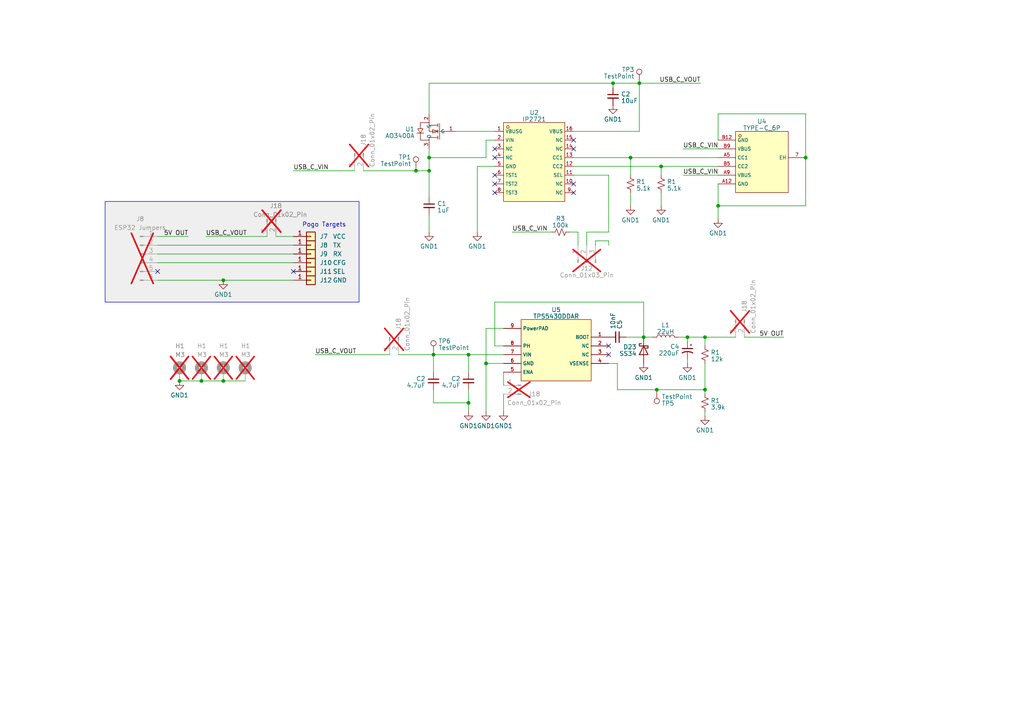
<source format=kicad_sch>
(kicad_sch (version 20230121) (generator eeschema)
  (paper "A4")
  (lib_symbols
    (symbol "Connector:Conn_01x02_Pin" (pin_names (offset 1.016) hide)
      (property "Reference" "J" (at 0 2.54 0))
      (property "Value" "Conn_01x02_Pin" (at 0 -5.08 0))
      (symbol "Conn_01x02_Pin_1_1"
        (polyline (pts (xy 1.27 -2.54) (xy 0.8636 -2.54)) (stroke (width 0.1524)))
        (polyline (pts (xy 1.27 0) (xy 0.8636 0)) (stroke (width 0.1524)))
        (rectangle (start 0.8636 -2.413) (end 0 -2.667) (stroke (width 0.1524)) (fill (type outline)))
        (rectangle (start 0.8636 0.127) (end 0 -0.127) (stroke (width 0.1524)) (fill (type outline)))
        (pin passive line (at 5.08 0 180) (length 3.81) (name "Pin_1") (number "1"))
        (pin passive line (at 5.08 -2.54 180) (length 3.81) (name "Pin_2") (number "2"))
      )
    )
    (symbol "Connector:Conn_01x03_Pin" (pin_names (offset 1.016) hide)
      (property "Reference" "J" (at 0 5.08 0))
      (property "Value" "Conn_01x03_Pin" (at 0 -5.08 0))
      (symbol "Conn_01x03_Pin_1_1"
        (polyline (pts (xy 1.27 -2.54) (xy 0.8636 -2.54)) (stroke (width 0.1524)))
        (polyline (pts (xy 1.27 0) (xy 0.8636 0)) (stroke (width 0.1524)))
        (polyline (pts (xy 1.27 2.54) (xy 0.8636 2.54)) (stroke (width 0.1524)))
        (rectangle (start 0.8636 -2.413) (end 0 -2.667) (stroke (width 0.1524)) (fill (type outline)))
        (rectangle (start 0.8636 0.127) (end 0 -0.127) (stroke (width 0.1524)) (fill (type outline)))
        (rectangle (start 0.8636 2.667) (end 0 2.413) (stroke (width 0.1524)) (fill (type outline)))
        (pin passive line (at 5.08 2.54 180) (length 3.81) (name "Pin_1") (number "1"))
        (pin passive line (at 5.08 0 180) (length 3.81) (name "Pin_2") (number "2"))
        (pin passive line (at 5.08 -2.54 180) (length 3.81) (name "Pin_3") (number "3"))
      )
    )
    (symbol "Connector:Conn_01x06_Pin" (pin_names (offset 1.016) hide)
      (property "Reference" "J" (at 0 7.62 0))
      (property "Value" "Conn_01x06_Pin" (at 0 -10.16 0))
      (symbol "Conn_01x06_Pin_1_1"
        (polyline (pts (xy 1.27 -7.62) (xy 0.8636 -7.62)) (stroke (width 0.1524)))
        (polyline (pts (xy 1.27 -5.08) (xy 0.8636 -5.08)) (stroke (width 0.1524)))
        (polyline (pts (xy 1.27 -2.54) (xy 0.8636 -2.54)) (stroke (width 0.1524)))
        (polyline (pts (xy 1.27 0) (xy 0.8636 0)) (stroke (width 0.1524)))
        (polyline (pts (xy 1.27 2.54) (xy 0.8636 2.54)) (stroke (width 0.1524)))
        (polyline (pts (xy 1.27 5.08) (xy 0.8636 5.08)) (stroke (width 0.1524)))
        (rectangle (start 0.8636 -7.493) (end 0 -7.747) (stroke (width 0.1524)) (fill (type outline)))
        (rectangle (start 0.8636 -4.953) (end 0 -5.207) (stroke (width 0.1524)) (fill (type outline)))
        (rectangle (start 0.8636 -2.413) (end 0 -2.667) (stroke (width 0.1524)) (fill (type outline)))
        (rectangle (start 0.8636 0.127) (end 0 -0.127) (stroke (width 0.1524)) (fill (type outline)))
        (rectangle (start 0.8636 2.667) (end 0 2.413) (stroke (width 0.1524)) (fill (type outline)))
        (rectangle (start 0.8636 5.207) (end 0 4.953) (stroke (width 0.1524)) (fill (type outline)))
        (pin passive line (at 5.08 5.08 180) (length 3.81) (name "Pin_1") (number "1"))
        (pin passive line (at 5.08 2.54 180) (length 3.81) (name "Pin_2") (number "2"))
        (pin passive line (at 5.08 0 180) (length 3.81) (name "Pin_3") (number "3"))
        (pin passive line (at 5.08 -2.54 180) (length 3.81) (name "Pin_4") (number "4"))
        (pin passive line (at 5.08 -5.08 180) (length 3.81) (name "Pin_5") (number "5"))
        (pin passive line (at 5.08 -7.62 180) (length 3.81) (name "Pin_6") (number "6"))
      )
    )
    (symbol "Connector:TestPoint" (pin_numbers hide) (pin_names (offset 0.762) hide)
      (property "Reference" "TP" (at 0 6.858 0))
      (property "Value" "TestPoint" (at 0 5.08 0))
      (symbol "TestPoint_0_1"
        (circle (center 0 3.302) (radius 0.762))
      )
      (symbol "TestPoint_1_1"
        (pin passive line (at 0 0 90) (length 2.54) (name "1") (number "1"))
      )
    )
    (symbol "Connector_Generic:Conn_01x01" (pin_names (offset 1.016) hide)
      (property "Reference" "J" (at 0 2.54 0))
      (property "Value" "Conn_01x01" (at 0 -2.54 0))
      (symbol "Conn_01x01_1_1"
        (rectangle (start -1.27 0.127) (end 0 -0.127) (stroke (width 0.1524)))
        (rectangle (start -1.27 1.27) (end 1.27 -1.27) (stroke (width 0.254)) (fill (type background)))
        (pin passive line (at -5.08 0 0) (length 3.81) (name "Pin_1") (number "1"))
      )
    )
    (symbol "Device:C_Polarized_Small_US" (pin_numbers hide) (pin_names (offset 0.254) hide)
      (property "Reference" "C" (at 0.254 1.778 0))
      (property "Value" "C_Polarized_Small_US" (at 0.254 -2.032 0))
      (symbol "C_Polarized_Small_US_0_1"
        (polyline (pts (xy -1.524 0.508) (xy 1.524 0.508)) (stroke (width 0.3048)))
        (polyline (pts (xy -1.27 1.524) (xy -0.762 1.524)))
        (polyline (pts (xy -1.016 1.27) (xy -1.016 1.778)))
        (arc (start 1.524 -0.762) (mid 0 -0.3734) (end -1.524 -0.762) (stroke (width 0.3048)))
      )
      (symbol "C_Polarized_Small_US_1_1"
        (pin passive line (at 0 2.54 270) (length 2.032) (name "~") (number "1"))
        (pin passive line (at 0 -2.54 90) (length 2.032) (name "~") (number "2"))
      )
    )
    (symbol "Device:C_Small" (pin_numbers hide) (pin_names (offset 0.254) hide)
      (property "Reference" "C" (at 0.254 1.778 0))
      (property "Value" "C_Small" (at 0.254 -2.032 0))
      (symbol "C_Small_0_1"
        (polyline (pts (xy -1.524 -0.508) (xy 1.524 -0.508)) (stroke (width 0.3302)))
        (polyline (pts (xy -1.524 0.508) (xy 1.524 0.508)) (stroke (width 0.3048)))
      )
      (symbol "C_Small_1_1"
        (pin passive line (at 0 2.54 270) (length 2.032) (name "~") (number "1"))
        (pin passive line (at 0 -2.54 90) (length 2.032) (name "~") (number "2"))
      )
    )
    (symbol "Device:D_Schottky" (pin_numbers hide) (pin_names (offset 1.016) hide)
      (property "Reference" "D" (at 0 2.54 0))
      (property "Value" "D_Schottky" (at 0 -2.54 0))
      (symbol "D_Schottky_0_1"
        (polyline (pts (xy 1.27 0) (xy -1.27 0)))
        (polyline (pts (xy 1.27 1.27) (xy 1.27 -1.27) (xy -1.27 0) (xy 1.27 1.27)) (stroke (width 0.254)))
        (polyline (pts (xy -1.905 0.635) (xy -1.905 1.27) (xy -1.27 1.27) (xy -1.27 -1.27) (xy -0.635 -1.27) (xy -0.635 -0.635)) (stroke (width 0.254)))
      )
      (symbol "D_Schottky_1_1"
        (pin passive line (at -3.81 0 0) (length 2.54) (name "K") (number "1"))
        (pin passive line (at 3.81 0 180) (length 2.54) (name "A") (number "2"))
      )
    )
    (symbol "Device:L" (pin_numbers hide) (pin_names (offset 1.016) hide)
      (property "Reference" "L" (at -1.27 0 90))
      (property "Value" "L" (at 1.905 0 90))
      (symbol "L_0_1"
        (arc (start 0 -2.54) (mid 0.6323 -1.905) (end 0 -1.27))
        (arc (start 0 -1.27) (mid 0.6323 -0.635) (end 0 0))
        (arc (start 0 0) (mid 0.6323 0.635) (end 0 1.27))
        (arc (start 0 1.27) (mid 0.6323 1.905) (end 0 2.54))
      )
      (symbol "L_1_1"
        (pin passive line (at 0 3.81 270) (length 1.27) (name "1") (number "1"))
        (pin passive line (at 0 -3.81 90) (length 1.27) (name "2") (number "2"))
      )
    )
    (symbol "Device:R_Small_US" (pin_numbers hide) (pin_names (offset 0.254) hide)
      (property "Reference" "R" (at 0.762 0.508 0))
      (property "Value" "R_Small_US" (at 0.762 -1.016 0))
      (symbol "R_Small_US_1_1"
        (polyline (pts (xy 0 0) (xy 1.016 -0.381) (xy 0 -0.762) (xy -1.016 -1.143) (xy 0 -1.524)))
        (polyline (pts (xy 0 1.524) (xy 1.016 1.143) (xy 0 0.762) (xy -1.016 0.381) (xy 0 0)))
        (pin passive line (at 0 2.54 270) (length 1.016) (name "~") (number "1"))
        (pin passive line (at 0 -2.54 90) (length 1.016) (name "~") (number "2"))
      )
    )
    (symbol "EEE4022S:AO3400A"
      (property "Reference" "U" (at 0 1.27 0))
      (property "Value" "AO3400A" (at 0 -2.54 0))
      (symbol "AO3400A_0_1"
        (polyline (pts (xy -2.54 0) (xy -0.508 0)))
        (polyline (pts (xy -0.508 2.286) (xy -0.508 -2.286)))
        (polyline (pts (xy 0 -2.286) (xy 0 -1.27)))
        (polyline (pts (xy 0 -0.508) (xy 0 0.508)))
        (polyline (pts (xy 0 2.286) (xy 0 1.27)))
        (polyline (pts (xy 2.54 -1.778) (xy 0 -1.778)))
        (polyline (pts (xy 0 0) (xy 1.524 -0.508) (xy 1.524 0.508) (xy 0 0)) (fill (type background)))
        (polyline (pts (xy 5.08 0.508) (xy 4.318 -0.762) (xy 5.842 -0.762) (xy 5.08 0.508)) (fill (type background)))
        (polyline (pts (xy 6.096 0.508) (xy 5.588 0.508) (xy 4.572 0.508) (xy 4.064 0.508)))
        (polyline (pts (xy 0 0) (xy 2.54 0) (xy 2.54 -2.54) (xy 5.08 -2.54) (xy 5.08 -0.762)))
        (polyline (pts (xy 0 1.778) (xy 2.54 1.778) (xy 2.54 2.54) (xy 5.08 2.54) (xy 5.08 0.508)))
        (pin unspecified line (at -5.08 0 0) (length 2.54) (name "G") (number "1"))
        (pin unspecified line (at 2.54 -5.08 90) (length 2.54) (name "S") (number "2"))
        (pin unspecified line (at 2.54 5.08 270) (length 2.54) (name "D") (number "3"))
      )
    )
    (symbol "EEE4022S:IP2721"
      (property "Reference" "U4" (at 0 14.3129 0))
      (property "Value" "IP2721" (at 0 12.3919 0))
      (symbol "IP2721_0_1"
        (rectangle (start -8.89 11.43) (end 8.89 -11.43) (fill (type background)))
        (circle (center -7.62 10.16) (radius 0.381) (fill (type background)))
        (pin unspecified line (at -11.43 8.89 0) (length 2.54) (name "VBUSG") (number "1"))
        (pin unspecified line (at 11.43 -6.35 180) (length 2.54) (name "NC") (number "10"))
        (pin unspecified line (at 11.43 -3.81 180) (length 2.54) (name "SEL") (number "11"))
        (pin unspecified line (at 11.43 -1.27 180) (length 2.54) (name "CC2") (number "12"))
        (pin unspecified line (at 11.43 1.27 180) (length 2.54) (name "CC1") (number "13"))
        (pin unspecified line (at 11.43 3.81 180) (length 2.54) (name "NC") (number "14"))
        (pin unspecified line (at 11.43 6.35 180) (length 2.54) (name "NC") (number "15"))
        (pin unspecified line (at 11.43 8.89 180) (length 2.54) (name "VBUS") (number "16"))
        (pin unspecified line (at -11.43 6.35 0) (length 2.54) (name "VIN") (number "2"))
        (pin unspecified line (at -11.43 3.81 0) (length 2.54) (name "NC") (number "3"))
        (pin unspecified line (at -11.43 1.27 0) (length 2.54) (name "NC") (number "4"))
        (pin unspecified line (at -11.43 -1.27 0) (length 2.54) (name "GND") (number "5"))
        (pin unspecified line (at -11.43 -3.81 0) (length 2.54) (name "TST1") (number "6"))
        (pin unspecified line (at -11.43 -6.35 0) (length 2.54) (name "TST2") (number "7"))
        (pin unspecified line (at -11.43 -8.89 0) (length 2.54) (name "TST3") (number "8"))
        (pin unspecified line (at 11.43 -8.89 180) (length 2.54) (name "NC") (number "9"))
      )
    )
    (symbol "EEE4022S:TPS5430DDAR"
      (property "Reference" "U" (at 0 1.27 0))
      (property "Value" "TPS5430DDAR" (at 0 -2.54 0))
      (symbol "TPS5430DDAR_0_1"
        (rectangle (start -10.16 8.89) (end 10.16 -8.89) (fill (type background)))
        (pin unspecified line (at -15.24 3.81 0) (length 5.08) (name "BOOT") (number "1"))
        (pin unspecified line (at -15.24 1.27 0) (length 5.08) (name "NC") (number "2"))
        (pin unspecified line (at -15.24 -1.27 0) (length 5.08) (name "NC") (number "3"))
        (pin unspecified line (at -15.24 -3.81 0) (length 5.08) (name "VSENSE") (number "4"))
        (pin unspecified line (at 15.24 -6.35 180) (length 5.08) (name "ENA") (number "5"))
        (pin unspecified line (at 15.24 -3.81 180) (length 5.08) (name "GND") (number "6"))
        (pin unspecified line (at 15.24 -1.27 180) (length 5.08) (name "VIN") (number "7"))
        (pin unspecified line (at 15.24 1.27 180) (length 5.08) (name "PH") (number "8"))
        (pin unspecified line (at 15.24 6.35 180) (length 5.08) (name "PowerPAD") (number "9"))
      )
    )
    (symbol "EEE4022S:TYPE-C_6P"
      (property "Reference" "U" (at 0 1.27 0))
      (property "Value" "TYPE-C_6P" (at 0 -2.54 0))
      (symbol "TYPE-C_6P_0_1"
        (rectangle (start -5.08 7.62) (end 10.16 -10.16) (fill (type background)))
        (circle (center -3.81 6.35) (radius 0.381) (fill (type background)))
        (pin unspecified line (at 15.24 0 180) (length 5.08) (name "EH") (number "7"))
        (pin unspecified line (at -10.16 -7.62 0) (length 5.08) (name "GND") (number "A12"))
        (pin unspecified line (at -10.16 0 0) (length 5.08) (name "CC1") (number "A5"))
        (pin unspecified line (at -10.16 -5.08 0) (length 5.08) (name "VBUS") (number "A9"))
        (pin unspecified line (at -10.16 5.08 0) (length 5.08) (name "GND") (number "B12"))
        (pin unspecified line (at -10.16 -2.54 0) (length 5.08) (name "CC2") (number "B5"))
        (pin unspecified line (at -10.16 2.54 0) (length 5.08) (name "VBUS") (number "B9"))
      )
    )
    (symbol "Mechanical:MountingHole_Pad" (pin_numbers hide) (pin_names (offset 1.016) hide)
      (property "Reference" "H" (at 0 6.35 0))
      (property "Value" "MountingHole_Pad" (at 0 4.445 0))
      (symbol "MountingHole_Pad_0_1"
        (circle (center 0 1.27) (radius 1.27) (stroke (width 1.27)))
      )
      (symbol "MountingHole_Pad_1_1"
        (pin input line (at 0 -2.54 90) (length 2.54) (name "1") (number "1"))
      )
    )
    (symbol "power:GND1" (power) (pin_names (offset 0))
      (property "Value" "GND1" (at 0 -3.81 0))
      (symbol "GND1_0_1"
        (polyline (pts (xy 0 0) (xy 0 -1.27) (xy 1.27 -1.27) (xy 0 -2.54) (xy -1.27 -1.27) (xy 0 -1.27)))
      )
      (symbol "GND1_1_1"
        (pin power_in line (at 0 0 270) (length 0) hide (name "GND1") (number "1"))
      )
    )
  )
  (junction (at 64.77 81.28))
  (junction (at 58.42 110.49))
  (junction (at 186.69 97.79))
  (junction (at 124.46 49.53))
  (junction (at 64.77 110.49))
  (junction (at 177.8 24.13))
  (junction (at 199.39 97.79))
  (junction (at 185.42 24.13))
  (junction (at 124.46 45.72))
  (junction (at 135.89 102.87))
  (junction (at 233.68 45.72))
  (junction (at 182.88 45.72))
  (junction (at 204.47 97.79))
  (junction (at 190.5 113.03))
  (junction (at 204.47 113.03))
  (junction (at 208.28 59.69))
  (junction (at 52.07 110.49))
  (junction (at 120.65 49.53))
  (junction (at 140.97 105.41))
  (junction (at 191.77 48.26))
  (junction (at 125.73 102.87))
  (junction (at 135.89 116.84))
  (no_connect (at 143.51 45.72))
  (no_connect (at 166.37 43.18))
  (no_connect (at 166.37 53.34))
  (no_connect (at 166.37 40.64))
  (no_connect (at 166.37 55.88))
  (no_connect (at 143.51 50.8))
  (no_connect (at 143.51 55.88))
  (no_connect (at 143.51 53.34))
  (no_connect (at 45.72 78.74))
  (no_connect (at 176.53 102.87))
  (no_connect (at 85.09 78.74))
  (no_connect (at 176.53 100.33))
  (no_connect (at 143.51 43.18))
  (wire (pts (xy 204.47 97.79) (xy 199.39 97.79)))
  (wire (pts (xy 85.09 49.53) (xy 102.87 49.53)))
  (wire (pts (xy 176.53 67.31) (xy 170.18 67.31)))
  (wire (pts (xy 204.47 97.79) (xy 213.36 97.79)))
  (wire (pts (xy 186.69 97.79) (xy 181.61 97.79)))
  (wire (pts (xy 190.5 113.03) (xy 179.07 113.03)))
  (wire (pts (xy 199.39 99.06) (xy 199.39 97.79)))
  (wire (pts (xy 125.73 113.03) (xy 125.73 116.84)))
  (wire (pts (xy 204.47 120.65) (xy 204.47 119.38)))
  (wire (pts (xy 58.42 110.49) (xy 64.77 110.49)))
  (wire (pts (xy 146.05 102.87) (xy 135.89 102.87)))
  (wire (pts (xy 52.07 110.49) (xy 58.42 110.49)))
  (wire (pts (xy 140.97 95.25) (xy 140.97 105.41)))
  (wire (pts (xy 146.05 105.41) (xy 140.97 105.41)))
  (wire (pts (xy 45.72 73.66) (xy 85.09 73.66)))
  (wire (pts (xy 167.64 67.31) (xy 167.64 71.12)))
  (wire (pts (xy 124.46 24.13) (xy 124.46 33.02)))
  (wire (pts (xy 140.97 40.64) (xy 143.51 40.64)))
  (wire (pts (xy 140.97 105.41) (xy 140.97 119.38)))
  (wire (pts (xy 135.89 116.84) (xy 135.89 113.03)))
  (wire (pts (xy 124.46 62.23) (xy 124.46 67.31)))
  (wire (pts (xy 124.46 49.53) (xy 124.46 57.15)))
  (wire (pts (xy 204.47 100.33) (xy 204.47 97.79)))
  (wire (pts (xy 204.47 113.03) (xy 204.47 114.3)))
  (wire (pts (xy 204.47 113.03) (xy 190.5 113.03)))
  (wire (pts (xy 233.68 33.02) (xy 233.68 45.72)))
  (wire (pts (xy 125.73 102.87) (xy 115.57 102.87)))
  (wire (pts (xy 138.43 48.26) (xy 143.51 48.26)))
  (wire (pts (xy 233.68 59.69) (xy 208.28 59.69)))
  (wire (pts (xy 148.59 67.31) (xy 160.02 67.31)))
  (wire (pts (xy 215.9 97.79) (xy 227.33 97.79)))
  (wire (pts (xy 177.8 24.13) (xy 185.42 24.13)))
  (wire (pts (xy 182.88 55.88) (xy 182.88 59.69)))
  (wire (pts (xy 146.05 100.33) (xy 143.51 100.33)))
  (wire (pts (xy 146.05 107.95) (xy 146.05 111.76)))
  (wire (pts (xy 166.37 45.72) (xy 182.88 45.72)))
  (wire (pts (xy 45.72 76.2) (xy 85.09 76.2)))
  (wire (pts (xy 198.12 50.8) (xy 208.28 50.8)))
  (wire (pts (xy 138.43 67.31) (xy 138.43 48.26)))
  (wire (pts (xy 166.37 48.26) (xy 191.77 48.26)))
  (wire (pts (xy 125.73 102.87) (xy 135.89 102.87)))
  (wire (pts (xy 186.69 97.79) (xy 189.23 97.79)))
  (wire (pts (xy 185.42 38.1) (xy 185.42 24.13)))
  (wire (pts (xy 143.51 100.33) (xy 143.51 87.63)))
  (wire (pts (xy 124.46 43.18) (xy 124.46 45.72)))
  (wire (pts (xy 64.77 81.28) (xy 85.09 81.28)))
  (wire (pts (xy 208.28 53.34) (xy 208.28 59.69)))
  (wire (pts (xy 124.46 45.72) (xy 140.97 45.72)))
  (wire (pts (xy 105.41 49.53) (xy 120.65 49.53)))
  (wire (pts (xy 140.97 45.72) (xy 140.97 40.64)))
  (wire (pts (xy 80.01 68.58) (xy 85.09 68.58)))
  (wire (pts (xy 177.8 25.4) (xy 177.8 24.13)))
  (wire (pts (xy 191.77 48.26) (xy 208.28 48.26)))
  (wire (pts (xy 135.89 116.84) (xy 125.73 116.84)))
  (wire (pts (xy 170.18 67.31) (xy 170.18 71.12)))
  (wire (pts (xy 59.69 68.58) (xy 77.47 68.58)))
  (wire (pts (xy 45.72 68.58) (xy 54.61 68.58)))
  (wire (pts (xy 172.72 69.85) (xy 172.72 71.12)))
  (wire (pts (xy 208.28 33.02) (xy 233.68 33.02)))
  (wire (pts (xy 143.51 87.63) (xy 186.69 87.63)))
  (wire (pts (xy 233.68 45.72) (xy 233.68 59.69)))
  (wire (pts (xy 166.37 38.1) (xy 185.42 38.1)))
  (wire (pts (xy 124.46 45.72) (xy 124.46 49.53)))
  (wire (pts (xy 124.46 24.13) (xy 177.8 24.13)))
  (wire (pts (xy 45.72 71.12) (xy 85.09 71.12)))
  (wire (pts (xy 132.08 38.1) (xy 143.51 38.1)))
  (wire (pts (xy 165.1 67.31) (xy 167.64 67.31)))
  (wire (pts (xy 176.53 69.85) (xy 172.72 69.85)))
  (wire (pts (xy 208.28 59.69) (xy 208.28 63.5)))
  (wire (pts (xy 113.03 102.87) (xy 91.44 102.87)))
  (wire (pts (xy 179.07 113.03) (xy 179.07 105.41)))
  (wire (pts (xy 135.89 116.84) (xy 135.89 119.38)))
  (wire (pts (xy 182.88 50.8) (xy 182.88 45.72)))
  (wire (pts (xy 176.53 71.12) (xy 176.53 69.85)))
  (wire (pts (xy 135.89 107.95) (xy 135.89 102.87)))
  (wire (pts (xy 198.12 43.18) (xy 208.28 43.18)))
  (wire (pts (xy 146.05 114.3) (xy 146.05 119.38)))
  (wire (pts (xy 185.42 24.13) (xy 203.2 24.13)))
  (wire (pts (xy 199.39 104.14) (xy 199.39 105.41)))
  (wire (pts (xy 120.65 49.53) (xy 124.46 49.53)))
  (wire (pts (xy 191.77 50.8) (xy 191.77 48.26)))
  (wire (pts (xy 146.05 95.25) (xy 140.97 95.25)))
  (wire (pts (xy 64.77 110.49) (xy 71.12 110.49)))
  (wire (pts (xy 179.07 105.41) (xy 176.53 105.41)))
  (wire (pts (xy 182.88 45.72) (xy 208.28 45.72)))
  (wire (pts (xy 45.72 81.28) (xy 64.77 81.28)))
  (wire (pts (xy 166.37 50.8) (xy 176.53 50.8)))
  (wire (pts (xy 125.73 102.87) (xy 125.73 107.95)))
  (wire (pts (xy 191.77 55.88) (xy 191.77 59.69)))
  (wire (pts (xy 186.69 87.63) (xy 186.69 97.79)))
  (wire (pts (xy 199.39 97.79) (xy 196.85 97.79)))
  (wire (pts (xy 208.28 40.64) (xy 208.28 33.02)))
  (wire (pts (xy 176.53 67.31) (xy 176.53 50.8)))
  (wire (pts (xy 204.47 105.41) (xy 204.47 113.03)))
  (rectangle (start 30.48 58.42) (end 104.14 87.63) (fill (type color) (color 194 194 194 0.26)))
  (text "Pogo Targets" (at 87.63 66.04 0) (effects (font (size 1.27 1.27)) (justify left bottom)))
  (label "USB_C_VOUT" (at 203.2 24.13 180))
  (label "USB_C_VIN" (at 198.12 43.18 0))
  (label "USB_C_VIN" (at 198.12 50.8 0))
  (label "USB_C_VIN" (at 148.59 67.31 0))
  (label "USB_C_VIN" (at 85.09 49.53 0))
  (label "5V OUT" (at 54.61 68.58 180))
  (label "USB_C_VOUT" (at 91.44 102.87 0))
  (label "5V OUT" (at 227.33 97.79 180))
  (label "USB_C_VOUT" (at 59.69 68.58 0))
  (symbol (lib_id "Device:C_Small") (at 177.8 27.94 0) (unit 1)
    (property "Reference" "C2" (at 180.1241 27.3026 0) (effects (justify left)))
    (property "Value" "10uF" (at 180.1241 29.2236 0) (effects (justify left)))
    (property "Footprint" "Capacitor_SMD:C_0603_1608Metric" (effects hide))
    (property "LCSC" "C19702" (effects hide))
    (instances (project "Retro Display Module" (path "" (reference "C2") (unit 1))) (project "USB PD" (path "" (reference "C4") (unit 1))) (project "Panelised_PD+Display" (path "" (reference "C4") (unit 1)) (path "" (reference "C10") (unit 1))))
  )
  (symbol (lib_id "Connector_Generic:Conn_01x01") (at 90.17 71.12 0) (unit 1)
    (property "Reference" "J8" (at 92.71 71.12 0) (effects (justify left)))
    (property "Value" "TX" (at 96.52 71.12 0) (effects (justify left)))
    (property "Footprint" "Library:CONN-SMD_YZF0002-38080-02" (effects hide))
    (property "Datasheet" "https://www.lcsc.com/datasheet/lcsc_datasheet_2210191430_Xinyangze-YZF0002-38080-02_C5203987.pdf" (effects hide))
    (property "LCSC" "C5203987" (effects hide))
    (instances (project "Retro Display Module" (path "" (reference "J8") (unit 1))) (project "USB PD" (path "" (reference "J4") (unit 1))) (project "Panelised_PD+Display" (path "" (reference "J4") (unit 1)) (path "" (reference "J25") (unit 1))))
  )
  (symbol (lib_id "power:GND1") (at 191.77 59.69 0) (unit 1)
    (property "Reference" "#PWR05" (effects hide))
    (property "Value" "GND1" (at 191.77 63.8255 0))
    (instances (project "Panelised_PD+Display" (path "" (reference "#PWR05") (unit 1)) (path "" (reference "#PWR022") (unit 1))))
  )
  (symbol (lib_id "power:GND1") (at 140.97 119.38 0) (unit 1)
    (property "Reference" "#PWR08" (effects hide))
    (property "Value" "GND1" (at 140.97 123.5155 0))
    (instances (project "Panelised_PD+Display" (path "" (reference "#PWR08") (unit 1)) (path "" (reference "#PWR017") (unit 1))))
  )
  (symbol (lib_id "Device:C_Small") (at 179.07 97.79 270) (mirror x) (unit 1)
    (property "Reference" "C5" (at 179.7074 95.4659 0) (effects (justify left)))
    (property "Value" "10nF" (at 177.7864 95.4659 0) (effects (justify left)))
    (property "Footprint" "Capacitor_SMD:C_0805_2012Metric" (effects hide))
    (property "Datasheet" "https://wmsc.lcsc.com/wmsc/upload/file/pdf/v2/lcsc/2304140030_Samsung-Electro-Mechanics-CL05B104KO5NNNC_C1525.pdf" (effects hide))
    (property "LCSC" "C1710" (effects hide))
    (instances (project "Retro Display Module" (path "" (reference "C5") (unit 1))) (project "USB PD" (path "" (reference "C5") (unit 1))) (project "Panelised_PD+Display" (path "" (reference "C5") (unit 1)) (path "" (reference "C11") (unit 1))))
  )
  (symbol (lib_id "power:GND1") (at 204.47 120.65 0) (unit 1)
    (property "Reference" "#PWR011" (effects hide))
    (property "Value" "GND1" (at 204.47 124.7855 0))
    (instances (project "Panelised_PD+Display" (path "" (reference "#PWR011") (unit 1)) (path "" (reference "#PWR024") (unit 1))))
  )
  (symbol (lib_id "power:GND1") (at 124.46 67.31 0) (unit 1)
    (property "Reference" "#PWR03" (effects hide))
    (property "Value" "GND1" (at 124.46 71.4455 0))
    (instances (project "Panelised_PD+Display" (path "" (reference "#PWR03") (unit 1)) (path "" (reference "#PWR014") (unit 1))))
  )
  (symbol (lib_id "Mechanical:MountingHole_Pad") (at 58.42 107.95 0) (unit 1) (in_bom no) (dnp yes)
    (property "Reference" "H1" (at 57.15 100.33 0) (effects (justify left)))
    (property "Value" "M3" (at 57.15 102.87 0) (effects (justify left)))
    (property "Footprint" "Library:MountingHole_3.2mm_M3_Pad_TopBottom" (effects hide))
    (instances (project "Retro Display Module" (path "" (reference "H1") (unit 1))) (project "USB PD" (path "" (reference "H2") (unit 1))) (project "Panelised_PD+Display" (path "" (reference "H2") (unit 1)) (path "" (reference "H6") (unit 1))))
  )
  (symbol (lib_id "Connector:TestPoint") (at 125.73 102.87 0) (unit 1) (in_bom no)
    (property "Reference" "TP6" (at 127.127 98.9243 0) (effects (justify left)))
    (property "Value" "TestPoint" (at 127.127 100.8453 0) (effects (justify left)))
    (property "Footprint" "Library:TestPoint_THTPad_2.0x2.0mm_Drill1.0mm" (effects hide))
    (instances (project "Retro Display Module" (path "" (reference "TP6") (unit 1))) (project "USB PD" (path "" (reference "TP2") (unit 1))) (project "Panelised_PD+Display" (path "" (reference "TP2") (unit 1)) (path "" (reference "TP2") (unit 1))))
  )
  (symbol (lib_id "Device:C_Small") (at 124.46 59.69 0) (unit 1)
    (property "Reference" "C1" (at 126.7841 59.0526 0) (effects (justify left)))
    (property "Value" "1uF" (at 126.7841 60.9736 0) (effects (justify left)))
    (property "Footprint" "Capacitor_SMD:C_0603_1608Metric" (effects hide))
    (property "LCSC" "C15849" (effects hide))
    (instances (project "Retro Display Module" (path "" (reference "C1") (unit 1))) (project "USB PD" (path "" (reference "C1") (unit 1))) (project "Panelised_PD+Display" (path "" (reference "C1") (unit 1)) (path "" (reference "C7") (unit 1))))
  )
  (symbol (lib_id "Connector:Conn_01x06_Pin") (at 40.64 73.66 0) (unit 1) (in_bom no) (dnp yes)
    (property "Reference" "J8" (at 40.64 63.5 0))
    (property "Value" "ESP32 Jumpers" (at 40.64 66.04 0))
    (property "Footprint" "Connector_PinHeader_2.54mm:PinHeader_1x06_P2.54mm_Vertical" (effects hide))
    (instances (project "Retro Display Module" (path "" (reference "J8") (unit 1))) (project "USB PD" (path "" (reference "J1") (unit 1))) (project "Panelised_PD+Display" (path "" (reference "J1") (unit 1)) (path "" (reference "J22") (unit 1))))
  )
  (symbol (lib_id "Connector_Generic:Conn_01x01") (at 90.17 78.74 0) (unit 1)
    (property "Reference" "J11" (at 92.71 78.74 0) (effects (justify left)))
    (property "Value" "SEL" (at 96.52 78.74 0) (effects (justify left)))
    (property "Footprint" "Library:CONN-SMD_YZF0002-38080-02" (effects hide))
    (property "Datasheet" "https://www.lcsc.com/datasheet/lcsc_datasheet_2210191430_Xinyangze-YZF0002-38080-02_C5203987.pdf" (effects hide))
    (property "LCSC" "C5203987" (effects hide))
    (instances (project "Retro Display Module" (path "" (reference "J11") (unit 1))) (project "USB PD" (path "" (reference "J7") (unit 1))) (project "Panelised_PD+Display" (path "" (reference "J7") (unit 1)) (path "" (reference "J28") (unit 1))))
  )
  (symbol (lib_id "Device:L") (at 193.04 97.79 90) (unit 1)
    (property "Reference" "L1" (at 193.04 94.2747 90))
    (property "Value" "22uH" (at 193.04 96.1957 90))
    (property "Footprint" "Library:IND-SMD_L7.3-W6.6_MHCI06030" (effects hide))
    (property "LCSC" "C128694" (effects hide))
  )
  (symbol (lib_id "Mechanical:MountingHole_Pad") (at 71.12 107.95 0) (unit 1) (in_bom no) (dnp yes)
    (property "Reference" "H1" (at 69.85 100.33 0) (effects (justify left)))
    (property "Value" "M3" (at 69.85 102.87 0) (effects (justify left)))
    (property "Footprint" "Library:MountingHole_3.2mm_M3_Pad_TopBottom" (effects hide))
    (instances (project "Retro Display Module" (path "" (reference "H1") (unit 1))) (project "USB PD" (path "" (reference "H4") (unit 1))) (project "Panelised_PD+Display" (path "" (reference "H4") (unit 1)) (path "" (reference "H8") (unit 1))))
  )
  (symbol (lib_id "EEE4022S:IP2721") (at 154.94 46.99 0) (unit 1)
    (property "Reference" "U2" (at 154.94 32.6771 0))
    (property "Value" "IP2721" (at 154.94 34.5981 0))
    (property "Footprint" "Library:TSSOP-16_L5.0-W4.4-P0.65-LS6.4-BL" (effects hide))
    (property "Datasheet" "https://wmsc.lcsc.com/wmsc/upload/file/pdf/v2/lcsc/2006111335_INJOINIC-IP2721_C603176.pdf" (effects hide))
    (property "LCSC" "C603176" (effects hide))
    (instances (project "USB PD" (path "" (reference "U2") (unit 1))) (project "Panelised_PD+Display" (path "" (reference "U2") (unit 1)) (path "" (reference "U8") (unit 1))))
  )
  (symbol (lib_id "Device:C_Small") (at 125.73 110.49 0) (mirror y) (unit 1)
    (property "Reference" "C2" (at 123.4059 109.8526 0) (effects (justify left)))
    (property "Value" "4.7uF" (at 123.4059 111.7736 0) (effects (justify left)))
    (property "Footprint" "Capacitor_SMD:C_0805_2012Metric" (effects hide))
    (property "LCSC" "C1779" (effects hide))
    (instances (project "Retro Display Module" (path "" (reference "C2") (unit 1)) (path "" (reference "C7") (unit 1))) (project "USB PD" (path "" (reference "C2") (unit 1))) (project "Panelised_PD+Display" (path "" (reference "C2") (unit 1)) (path "" (reference "C8") (unit 1))))
  )
  (symbol (lib_id "Connector:Conn_01x02_Pin") (at 102.87 44.45 90) (mirror x) (unit 1) (in_bom no) (dnp yes)
    (property "Reference" "J18" (at 105.41 40.64 0))
    (property "Value" "Conn_01x02_Pin" (at 107.95 40.64 0))
    (property "Footprint" "Connector_PinHeader_2.54mm:PinHeader_1x02_P2.54mm_Vertical" (effects hide))
    (instances (project "Retro Display Module" (path "" (reference "J18") (unit 1))) (project "USB PD" (path "" (reference "J9") (unit 1))) (project "Panelised_PD+Display" (path "" (reference "J9") (unit 1)) (path "" (reference "J30") (unit 1))))
  )
  (symbol (lib_id "EEE4022S:TYPE-C_6P") (at 218.44 45.72 0) (unit 1)
    (property "Reference" "U4" (at 220.98 35.2171 0))
    (property "Value" "TYPE-C_6P" (at 220.98 37.1381 0))
    (property "Footprint" "Library:TYPE-C-SMD_TYPE-C-6P" (effects hide))
    (property "Datasheet" "https://item.szlcsc.com/458819.html" (effects hide))
    (property "LCSC" "C456012" (effects hide))
    (instances (project "USB PD" (path "" (reference "U4") (unit 1))) (project "Panelised_PD+Display" (path "" (reference "U4") (unit 1)) (path "" (reference "U10") (unit 1))))
  )
  (symbol (lib_id "Device:R_Small_US") (at 182.88 53.34 0) (unit 1)
    (property "Reference" "R1" (at 184.531 52.6963 0) (effects (justify left)))
    (property "Value" "5.1k" (at 184.531 54.6173 0) (effects (justify left)))
    (property "Footprint" "Resistor_SMD:R_0603_1608Metric" (effects hide))
    (property "LCSC" "C23186" (effects hide))
    (instances (project "Retro Display Module" (path "" (reference "R1") (unit 1))) (project "USB PD" (path "" (reference "R2") (unit 1))) (project "Panelised_PD+Display" (path "" (reference "R2") (unit 1)) (path "" (reference "R15") (unit 1))))
  )
  (symbol (lib_id "Device:R_Small_US") (at 191.77 53.34 0) (unit 1)
    (property "Reference" "R1" (at 193.421 52.6963 0) (effects (justify left)))
    (property "Value" "5.1k" (at 193.421 54.6173 0) (effects (justify left)))
    (property "Footprint" "Resistor_SMD:R_0603_1608Metric" (effects hide))
    (property "LCSC" "C23186" (effects hide))
    (instances (project "Retro Display Module" (path "" (reference "R1") (unit 1))) (project "USB PD" (path "" (reference "R3") (unit 1))) (project "Panelised_PD+Display" (path "" (reference "R3") (unit 1)) (path "" (reference "R16") (unit 1))))
  )
  (symbol (lib_id "Connector:Conn_01x02_Pin") (at 77.47 63.5 90) (mirror x) (unit 1) (in_bom no) (dnp yes)
    (property "Reference" "J18" (at 80.01 59.69 90))
    (property "Value" "Conn_01x02_Pin" (at 81.28 62.23 90))
    (property "Footprint" "Connector_PinHeader_2.54mm:PinHeader_1x02_P2.54mm_Vertical" (effects hide))
    (instances (project "Retro Display Module" (path "" (reference "J18") (unit 1))) (project "USB PD" (path "" (reference "J2") (unit 1))) (project "Panelised_PD+Display" (path "" (reference "J2") (unit 1)) (path "" (reference "J23") (unit 1))))
  )
  (symbol (lib_id "Connector:Conn_01x02_Pin") (at 213.36 92.71 90) (mirror x) (unit 1) (in_bom no) (dnp yes)
    (property "Reference" "J18" (at 215.9 88.9 0))
    (property "Value" "Conn_01x02_Pin" (at 218.44 88.9 0))
    (property "Footprint" "Connector_PinHeader_2.54mm:PinHeader_1x02_P2.54mm_Vertical" (effects hide))
    (instances (project "Retro Display Module" (path "" (reference "J18") (unit 1))) (project "USB PD" (path "" (reference "J13") (unit 1))) (project "Panelised_PD+Display" (path "" (reference "J13") (unit 1)) (path "" (reference "J34") (unit 1))))
  )
  (symbol (lib_id "power:GND1") (at 199.39 105.41 0) (unit 1)
    (property "Reference" "#PWR013" (effects hide))
    (property "Value" "GND1" (at 199.39 109.5455 0))
    (instances (project "Panelised_PD+Display" (path "" (reference "#PWR013") (unit 1)) (path "" (reference "#PWR023") (unit 1))))
  )
  (symbol (lib_id "Device:R_Small_US") (at 204.47 102.87 0) (unit 1)
    (property "Reference" "R1" (at 206.121 102.2263 0) (effects (justify left)))
    (property "Value" "12k" (at 206.121 104.1473 0) (effects (justify left)))
    (property "Footprint" "Resistor_SMD:R_0603_1608Metric" (effects hide))
    (property "LCSC" "C22790" (effects hide))
    (instances (project "Retro Display Module" (path "" (reference "R1") (unit 1)) (path "" (reference "R6") (unit 1))) (project "USB PD" (path "" (reference "R4") (unit 1))) (project "Panelised_PD+Display" (path "" (reference "R4") (unit 1)) (path "" (reference "R17") (unit 1))))
  )
  (symbol (lib_id "Connector:Conn_01x02_Pin") (at 151.13 111.76 0) (mirror y) (unit 1) (in_bom no) (dnp yes)
    (property "Reference" "J18" (at 154.94 114.3 0))
    (property "Value" "Conn_01x02_Pin" (at 154.94 116.84 0))
    (property "Footprint" "Connector_PinHeader_2.54mm:PinHeader_1x02_P2.54mm_Vertical" (effects hide))
    (instances (project "Retro Display Module" (path "" (reference "J18") (unit 1))) (project "USB PD" (path "" (reference "J11") (unit 1))) (project "Panelised_PD+Display" (path "" (reference "J11") (unit 1)) (path "" (reference "J32") (unit 1))))
  )
  (symbol (lib_id "Device:R_Small_US") (at 162.56 67.31 90) (unit 1)
    (property "Reference" "R3" (at 162.56 63.4111 90))
    (property "Value" "100k" (at 162.56 65.3321 90))
    (property "Footprint" "Resistor_SMD:R_0603_1608Metric" (effects hide))
    (property "LCSC" "C25803" (effects hide))
    (instances (project "Retro Display Module" (path "" (reference "R3") (unit 1))) (project "USB PD" (path "" (reference "R1") (unit 1))) (project "Panelised_PD+Display" (path "" (reference "R1") (unit 1)) (path "" (reference "R14") (unit 1))))
  )
  (symbol (lib_id "power:GND1") (at 64.77 81.28 0) (unit 1)
    (property "Reference" "#PWR02" (effects hide))
    (property "Value" "GND1" (at 64.77 85.4155 0))
    (instances (project "Panelised_PD+Display" (path "" (reference "#PWR02") (unit 1)) (path "" (reference "#PWR013") (unit 1))))
  )
  (symbol (lib_id "Connector:TestPoint") (at 120.65 49.53 0) (mirror y) (unit 1) (in_bom no)
    (property "Reference" "TP1" (at 119.253 45.5843 0) (effects (justify left)))
    (property "Value" "TestPoint" (at 119.253 47.5053 0) (effects (justify left)))
    (property "Footprint" "Library:TestPoint_THTPad_2.0x2.0mm_Drill1.0mm" (effects hide))
  )
  (symbol (lib_id "Connector:Conn_01x02_Pin") (at 113.03 97.79 90) (mirror x) (unit 1) (in_bom no) (dnp yes)
    (property "Reference" "J18" (at 115.57 93.98 0))
    (property "Value" "Conn_01x02_Pin" (at 118.11 93.98 0))
    (property "Footprint" "Connector_PinHeader_2.54mm:PinHeader_1x02_P2.54mm_Vertical" (effects hide))
    (instances (project "Retro Display Module" (path "" (reference "J18") (unit 1))) (project "USB PD" (path "" (reference "J10") (unit 1))) (project "Panelised_PD+Display" (path "" (reference "J10") (unit 1)) (path "" (reference "J31") (unit 1))))
  )
  (symbol (lib_id "EEE4022S:AO3400A") (at 127 38.1 180) (unit 1)
    (property "Reference" "U1" (at 120.2691 37.4563 0) (effects (justify left)))
    (property "Value" "AO3400A" (at 120.2691 39.3773 0) (effects (justify left)))
    (property "Footprint" "Library:SOT-23-3_L2.9-W1.3-P1.90-LS2.4-BR" (effects hide))
    (property "Datasheet" "https://wmsc.lcsc.com/wmsc/upload/file/pdf/v2/lcsc/1811081213_Alpha---Omega-Semicon-AO3400A_C20917.pdf" (effects hide))
    (property "LCSC" "C20917" (effects hide))
    (instances (project "USB PD" (path "" (reference "U1") (unit 1))) (project "Panelised_PD+Display" (path "" (reference "U1") (unit 1)) (path "" (reference "U7") (unit 1))))
  )
  (symbol (lib_id "power:GND1") (at 182.88 59.69 0) (unit 1)
    (property "Reference" "#PWR04" (effects hide))
    (property "Value" "GND1" (at 182.88 63.8255 0))
    (instances (project "Panelised_PD+Display" (path "" (reference "#PWR04") (unit 1)) (path "" (reference "#PWR020") (unit 1))))
  )
  (symbol (lib_id "Connector_Generic:Conn_01x01") (at 90.17 76.2 0) (unit 1)
    (property "Reference" "J10" (at 92.71 76.2 0) (effects (justify left)))
    (property "Value" "CFG" (at 96.52 76.2 0) (effects (justify left)))
    (property "Footprint" "Library:CONN-SMD_YZF0002-38080-02" (effects hide))
    (property "Datasheet" "https://www.lcsc.com/datasheet/lcsc_datasheet_2210191430_Xinyangze-YZF0002-38080-02_C5203987.pdf" (effects hide))
    (property "LCSC" "C5203987" (effects hide))
    (instances (project "Retro Display Module" (path "" (reference "J10") (unit 1))) (project "USB PD" (path "" (reference "J6") (unit 1))) (project "Panelised_PD+Display" (path "" (reference "J6") (unit 1)) (path "" (reference "J27") (unit 1))))
  )
  (symbol (lib_id "power:GND1") (at 138.43 67.31 0) (unit 1)
    (property "Reference" "#PWR016" (effects hide))
    (property "Value" "GND1" (at 138.43 71.4455 0))
  )
  (symbol (lib_id "Mechanical:MountingHole_Pad") (at 52.07 107.95 0) (unit 1) (in_bom no) (dnp yes)
    (property "Reference" "H1" (at 50.8 100.33 0) (effects (justify left)))
    (property "Value" "M3" (at 50.8 102.87 0) (effects (justify left)))
    (property "Footprint" "Library:MountingHole_3.2mm_M3_Pad_TopBottom" (effects hide))
    (instances (project "Retro Display Module" (path "" (reference "H1") (unit 1))) (project "USB PD" (path "" (reference "H1") (unit 1))) (project "Panelised_PD+Display" (path "" (reference "H1") (unit 1)) (path "" (reference "H5") (unit 1))))
  )
  (symbol (lib_id "Connector_Generic:Conn_01x01") (at 90.17 73.66 0) (unit 1)
    (property "Reference" "J9" (at 92.71 73.66 0) (effects (justify left)))
    (property "Value" "RX" (at 96.52 73.66 0) (effects (justify left)))
    (property "Footprint" "Library:CONN-SMD_YZF0002-38080-02" (effects hide))
    (property "Datasheet" "https://www.lcsc.com/datasheet/lcsc_datasheet_2210191430_Xinyangze-YZF0002-38080-02_C5203987.pdf" (effects hide))
    (property "LCSC" "C5203987" (effects hide))
    (instances (project "Retro Display Module" (path "" (reference "J9") (unit 1))) (project "USB PD" (path "" (reference "J5") (unit 1))) (project "Panelised_PD+Display" (path "" (reference "J5") (unit 1)) (path "" (reference "J26") (unit 1))))
  )
  (symbol (lib_id "Connector:TestPoint") (at 185.42 24.13 0) (mirror y) (unit 1) (in_bom no)
    (property "Reference" "TP3" (at 184.023 20.1843 0) (effects (justify left)))
    (property "Value" "TestPoint" (at 184.023 22.1053 0) (effects (justify left)))
    (property "Footprint" "Library:TestPoint_THTPad_2.0x2.0mm_Drill1.0mm" (effects hide))
  )
  (symbol (lib_id "power:GND1") (at 208.28 63.5 0) (unit 1)
    (property "Reference" "#PWR06" (effects hide))
    (property "Value" "GND1" (at 208.28 67.6355 0))
    (instances (project "Panelised_PD+Display" (path "" (reference "#PWR06") (unit 1)) (path "" (reference "#PWR025") (unit 1))))
  )
  (symbol (lib_id "Device:C_Small") (at 135.89 110.49 0) (mirror y) (unit 1)
    (property "Reference" "C2" (at 133.5659 109.8526 0) (effects (justify left)))
    (property "Value" "4.7uF" (at 133.5659 111.7736 0) (effects (justify left)))
    (property "Footprint" "Capacitor_SMD:C_0805_2012Metric" (effects hide))
    (property "LCSC" "C1779" (effects hide))
    (instances (project "Retro Display Module" (path "" (reference "C2") (unit 1)) (path "" (reference "C6") (unit 1))) (project "USB PD" (path "" (reference "C3") (unit 1))) (project "Panelised_PD+Display" (path "" (reference "C3") (unit 1)) (path "" (reference "C9") (unit 1))))
  )
  (symbol (lib_id "Device:R_Small_US") (at 204.47 116.84 0) (unit 1)
    (property "Reference" "R1" (at 206.121 116.1963 0) (effects (justify left)))
    (property "Value" "3.9k" (at 206.121 118.1173 0) (effects (justify left)))
    (property "Footprint" "Resistor_SMD:R_0603_1608Metric" (effects hide))
    (property "LCSC" "C23018" (effects hide))
    (instances (project "Retro Display Module" (path "" (reference "R1") (unit 1)) (path "" (reference "R7") (unit 1))) (project "USB PD" (path "" (reference "R5") (unit 1))) (project "Panelised_PD+Display" (path "" (reference "R5") (unit 1)) (path "" (reference "R18") (unit 1))))
  )
  (symbol (lib_id "power:GND1") (at 135.89 119.38 0) (unit 1)
    (property "Reference" "#PWR07" (effects hide))
    (property "Value" "GND1" (at 135.89 123.5155 0))
    (instances (project "Panelised_PD+Display" (path "" (reference "#PWR07") (unit 1)) (path "" (reference "#PWR015") (unit 1))))
  )
  (symbol (lib_id "Mechanical:MountingHole_Pad") (at 64.77 107.95 0) (unit 1) (in_bom no) (dnp yes)
    (property "Reference" "H1" (at 63.5 100.33 0) (effects (justify left)))
    (property "Value" "M3" (at 63.5 102.87 0) (effects (justify left)))
    (property "Footprint" "Library:MountingHole_3.2mm_M3_Pad_TopBottom" (effects hide))
    (instances (project "Retro Display Module" (path "" (reference "H1") (unit 1))) (project "USB PD" (path "" (reference "H3") (unit 1))) (project "Panelised_PD+Display" (path "" (reference "H3") (unit 1)) (path "" (reference "H7") (unit 1))))
  )
  (symbol (lib_id "power:GND1") (at 186.69 105.41 0) (unit 1)
    (property "Reference" "#PWR012" (effects hide))
    (property "Value" "GND1" (at 186.69 109.5455 0))
    (instances (project "Panelised_PD+Display" (path "" (reference "#PWR012") (unit 1)) (path "" (reference "#PWR021") (unit 1))))
  )
  (symbol (lib_id "Device:C_Polarized_Small_US") (at 199.39 101.6 0) (mirror y) (unit 1)
    (property "Reference" "C4" (at 197.0786 100.5245 0) (effects (justify left)))
    (property "Value" "220uF" (at 197.0786 102.4455 0) (effects (justify left)))
    (property "Footprint" "Library:CAP-SMD_L3.5-W2.8" (effects hide))
    (property "Datasheet" "https://wmsc.lcsc.com/wmsc/upload/file/pdf/v2/lcsc/2304140030_KEMET-T520B157M006ATE035_C212682.pdf" (effects hide))
    (property "LCSC" "C212682" (effects hide))
    (instances (project "Retro Display Module" (path "" (reference "C4") (unit 1))) (project "USB PD" (path "" (reference "C6") (unit 1))) (project "Panelised_PD+Display" (path "" (reference "C6") (unit 1)) (path "" (reference "C12") (unit 1))))
  )
  (symbol (lib_id "Connector_Generic:Conn_01x01") (at 90.17 81.28 0) (unit 1)
    (property "Reference" "J12" (at 92.71 81.28 0) (effects (justify left)))
    (property "Value" "GND" (at 96.52 81.28 0) (effects (justify left)))
    (property "Footprint" "Library:CONN-SMD_YZF0002-38080-02" (effects hide))
    (property "Datasheet" "https://www.lcsc.com/datasheet/lcsc_datasheet_2210191430_Xinyangze-YZF0002-38080-02_C5203987.pdf" (effects hide))
    (property "LCSC" "C5203987" (effects hide))
    (instances (project "Retro Display Module" (path "" (reference "J12") (unit 1))) (project "USB PD" (path "" (reference "J8") (unit 1))) (project "Panelised_PD+Display" (path "" (reference "J8") (unit 1)) (path "" (reference "J29") (unit 1))))
  )
  (symbol (lib_id "EEE4022S:TPS5430DDAR") (at 161.29 101.6 0) (mirror y) (unit 1)
    (property "Reference" "U5" (at 161.29 89.8271 0))
    (property "Value" "TPS5430DDAR" (at 161.29 91.7481 0))
    (property "Footprint" "Library:ESOP-8_L4.9-W3.9-P1.27-LS6.0-TL-EP" (effects hide))
    (property "Datasheet" "https://www.lcsc.com/datasheet/lcsc_datasheet_1811081920_Texas-Instruments-TPS5430DDAR_C9864.pdf" (effects hide))
    (property "LCSC" "C9864" (effects hide))
    (instances (project "Retro Display Module" (path "" (reference "U5") (unit 1))) (project "USB PD" (path "" (reference "U3") (unit 1))) (project "Panelised_PD+Display" (path "" (reference "U3") (unit 1)) (path "" (reference "U9") (unit 1))))
  )
  (symbol (lib_id "power:GND1") (at 146.05 119.38 0) (unit 1)
    (property "Reference" "#PWR010" (effects hide))
    (property "Value" "GND1" (at 146.05 123.5155 0))
    (instances (project "Panelised_PD+Display" (path "" (reference "#PWR010") (unit 1)) (path "" (reference "#PWR018") (unit 1))))
  )
  (symbol (lib_id "Connector:TestPoint") (at 190.5 113.03 0) (mirror x) (unit 1) (in_bom no)
    (property "Reference" "TP5" (at 191.897 116.9757 0) (effects (justify left)))
    (property "Value" "TestPoint" (at 191.897 115.0547 0) (effects (justify left)))
    (property "Footprint" "Library:TestPoint_THTPad_2.0x2.0mm_Drill1.0mm" (effects hide))
    (instances (project "Retro Display Module" (path "" (reference "TP5") (unit 1))) (project "USB PD" (path "" (reference "TP4") (unit 1))) (project "Panelised_PD+Display" (path "" (reference "TP4") (unit 1)) (path "" (reference "TP4") (unit 1))))
  )
  (symbol (lib_id "Connector_Generic:Conn_01x01") (at 90.17 68.58 0) (unit 1)
    (property "Reference" "J7" (at 92.71 68.58 0) (effects (justify left)))
    (property "Value" "VCC" (at 96.52 68.58 0) (effects (justify left)))
    (property "Footprint" "Library:CONN-SMD_YZF0002-38080-02" (effects hide))
    (property "Datasheet" "https://www.lcsc.com/datasheet/lcsc_datasheet_2210191430_Xinyangze-YZF0002-38080-02_C5203987.pdf" (effects hide))
    (property "LCSC" "C5203987" (effects hide))
    (instances (project "Retro Display Module" (path "" (reference "J7") (unit 1))) (project "USB PD" (path "" (reference "J3") (unit 1))) (project "Panelised_PD+Display" (path "" (reference "J3") (unit 1)) (path "" (reference "J24") (unit 1))))
  )
  (symbol (lib_id "Device:D_Schottky") (at 186.69 101.6 90) (mirror x) (unit 1)
    (property "Reference" "D23" (at 184.658 100.6388 90) (effects (justify left)))
    (property "Value" "SS34" (at 184.658 102.5598 90) (effects (justify left)))
    (property "Footprint" "Library:SMA_L4.3-W2.6-LS5.2-RD" (effects hide))
    (property "LCSC" "C8678" (effects hide))
    (instances (project "Retro Display Module" (path "" (reference "D23") (unit 1))) (project "USB PD" (path "" (reference "D1") (unit 1))) (project "Panelised_PD+Display" (path "" (reference "D1") (unit 1)) (path "" (reference "D1") (unit 1))))
  )
  (symbol (lib_id "power:GND1") (at 177.8 30.48 0) (unit 1)
    (property "Reference" "#PWR09" (effects hide))
    (property "Value" "GND1" (at 177.8 34.6155 0))
    (instances (project "Panelised_PD+Display" (path "" (reference "#PWR09") (unit 1)) (path "" (reference "#PWR019") (unit 1))))
  )
  (symbol (lib_id "Connector:Conn_01x03_Pin") (at 170.18 76.2 90) (unit 1) (in_bom no) (dnp yes)
    (property "Reference" "J12" (at 170.18 77.8717 90))
    (property "Value" "Conn_01x03_Pin" (at 170.18 79.7927 90))
    (property "Footprint" "Connector_PinHeader_2.54mm:PinHeader_1x03_P2.54mm_Vertical" (effects hide))
    (instances (project "USB PD" (path "" (reference "J12") (unit 1))) (project "Panelised_PD+Display" (path "" (reference "J12") (unit 1)) (path "" (reference "J33") (unit 1))))
  )
  (symbol (lib_id "power:GND1") (at 52.07 110.49 0) (unit 1)
    (property "Reference" "#PWR01" (effects hide))
    (property "Value" "GND1" (at 52.07 114.6255 0))
    (instances (project "Panelised_PD+Display" (path "" (reference "#PWR01") (unit 1)) (path "" (reference "#PWR012") (unit 1))))
  )
)
</source>
